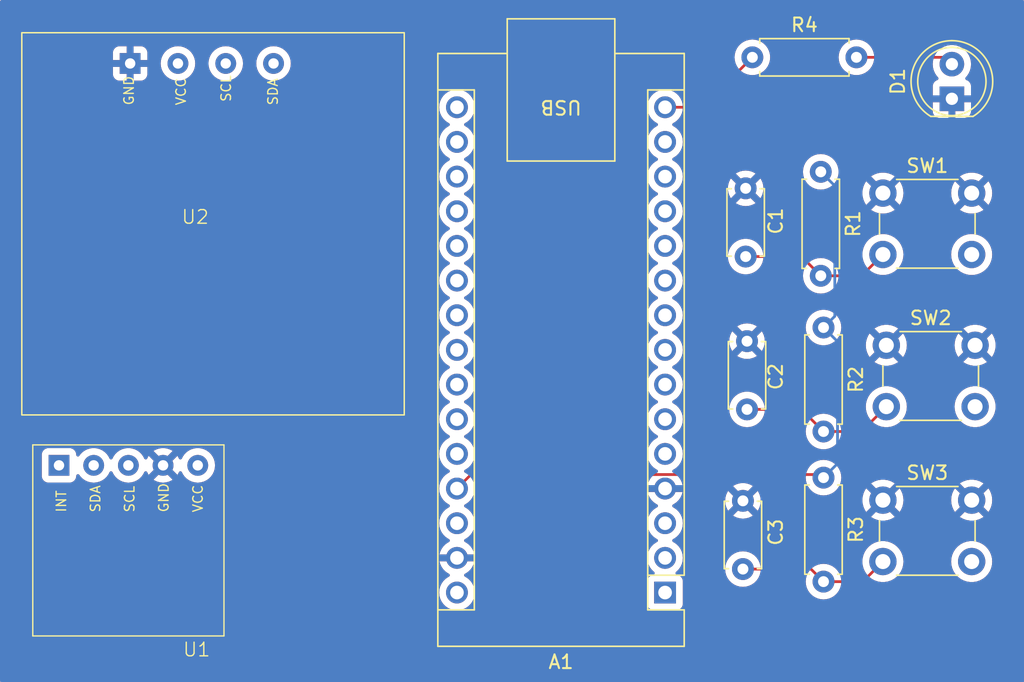
<source format=kicad_pcb>
(kicad_pcb (version 20240108) (generator "pcbnew") (generator_version "8.0")
  (layers (0 "F.Cu" signal "Front") (1 "In1.Cu" signal) (2 "In2.Cu" signal) (31 "B.Cu" signal "Back") (34 "B.Paste" user) (35 "F.Paste" user) (36 "B.SilkS" user "B.Silkscreen") (37 "F.SilkS" user "F.Silkscreen") (38 "B.Mask" user) (39 "F.Mask" user) (44 "Edge.Cuts" user))
  (net 0 "")
  (net 1 "Net-(A1-A4)")
  (net 4 "Net-(A1-D3)")
  (net 8 "+5V")
  (net 12 "Net-(A1-D4)")
  (net 14 "Net-(A1-A5)")
  (net 18 "GND")
  (net 24 "Net-(A1-D2)")
  (net 26 "Net-(A1-D12)")
  (net 30 "Net-(D1-A)")
  (footprint "Button_Switch_THT:SW_PUSH_6mm" (layer "F.Cu") (at 190.9 71.3)
    (property "Reference" "SW2" (at 3.25 -2 0) (layer "F.SilkS"))
    (property "Value" "SW_Push")
    (fp_line (start -0.25 1.5) (end -0.25 3) (stroke (width 0.12)) (layer "F.SilkS"))
    (fp_line (start 1 5.5) (end 5.5 5.5) (stroke (width 0.12)) (layer "F.SilkS"))
    (fp_line (start 5.5 -1) (end 1 -1) (stroke (width 0.12)) (layer "F.SilkS"))
    (fp_line (start 6.75 3) (end 6.75 1.5) (stroke (width 0.12)) (layer "F.SilkS"))
    (pad "1" thru_hole circle (at 0 0 90) (size 2 2) (drill 1.1) (layers "*.Cu" "*.Mask") (net 18 "GND"))
    (pad "1" thru_hole circle (at 6.5 0 90) (size 2 2) (drill 1.1) (layers "*.Cu" "*.Mask") (net 18 "GND"))
    (pad "2" thru_hole circle (at 0 4.5 90) (size 2 2) (drill 1.1) (layers "*.Cu" "*.Mask") (net 4 "Net-(A1-D3)"))
    (pad "2" thru_hole circle (at 6.5 4.5 90) (size 2 2) (drill 1.1) (layers "*.Cu" "*.Mask") (net 4 "Net-(A1-D3)"))
  )
  (footprint "Resistor_THT:R_Axial_DIN0207_L6.3mm_D2.5mm_P7.62mm_Horizontal" (layer "F.Cu") (at 181.09 50.2)
    (property "Reference" "R4" (at 3.81 -2.37 0) (layer "F.SilkS"))
    (property "Value" "1k")
    (fp_line (start 0.54 -1.37) (end 7.08 -1.37) (stroke (width 0.12)) (layer "F.SilkS"))
    (fp_line (start 0.54 -1.04) (end 0.54 -1.37) (stroke (width 0.12)) (layer "F.SilkS"))
    (fp_line (start 0.54 1.04) (end 0.54 1.37) (stroke (width 0.12)) (layer "F.SilkS"))
    (fp_line (start 0.54 1.37) (end 7.08 1.37) (stroke (width 0.12)) (layer "F.SilkS"))
    (fp_line (start 7.08 -1.37) (end 7.08 -1.04) (stroke (width 0.12)) (layer "F.SilkS"))
    (fp_line (start 7.08 1.37) (end 7.08 1.04) (stroke (width 0.12)) (layer "F.SilkS"))
    (pad "1" thru_hole circle (at 0 0) (size 1.6 1.6) (drill 0.8) (layers "*.Cu" "*.Mask") (net 26 "Net-(A1-D12)"))
    (pad "2" thru_hole oval (at 7.62 0) (size 1.6 1.6) (drill 0.8) (layers "*.Cu" "*.Mask") (net 30 "Net-(D1-A)"))
  )
  (footprint "Button_Switch_THT:SW_PUSH_6mm" (layer "F.Cu") (at 190.65 82.65)
    (property "Reference" "SW3" (at 3.25 -2 0) (layer "F.SilkS"))
    (property "Value" "SW_Push")
    (fp_line (start -0.25 1.5) (end -0.25 3) (stroke (width 0.12)) (layer "F.SilkS"))
    (fp_line (start 1 5.5) (end 5.5 5.5) (stroke (width 0.12)) (layer "F.SilkS"))
    (fp_line (start 5.5 -1) (end 1 -1) (stroke (width 0.12)) (layer "F.SilkS"))
    (fp_line (start 6.75 3) (end 6.75 1.5) (stroke (width 0.12)) (layer "F.SilkS"))
    (pad "1" thru_hole circle (at 0 0 90) (size 2 2) (drill 1.1) (layers "*.Cu" "*.Mask") (net 18 "GND"))
    (pad "1" thru_hole circle (at 6.5 0 90) (size 2 2) (drill 1.1) (layers "*.Cu" "*.Mask") (net 18 "GND"))
    (pad "2" thru_hole circle (at 0 4.5 90) (size 2 2) (drill 1.1) (layers "*.Cu" "*.Mask") (net 24 "Net-(A1-D2)"))
    (pad "2" thru_hole circle (at 6.5 4.5 90) (size 2 2) (drill 1.1) (layers "*.Cu" "*.Mask") (net 24 "Net-(A1-D2)"))
  )
  (footprint "Capacitor_THT:C_Disc_D4.7mm_W2.5mm_P5.00mm" (layer "F.Cu") (at 180.7 76 90)
    (property "Reference" "C2" (at 2.4 2.1 90) (layer "F.SilkS"))
    (property "Value" "100n")
    (fp_line (start 4.97 -1.37) (end 4.97 -1.055) (stroke (width 0.12)) (layer "F.SilkS"))
    (fp_line (start 0.03 -1.37) (end 4.97 -1.37) (stroke (width 0.12)) (layer "F.SilkS"))
    (fp_line (start 0.03 -1.37) (end 0.03 -1.055) (stroke (width 0.12)) (layer "F.SilkS"))
    (fp_line (start 4.97 1.055) (end 4.97 1.37) (stroke (width 0.12)) (layer "F.SilkS"))
    (fp_line (start 0.03 1.055) (end 0.03 1.37) (stroke (width 0.12)) (layer "F.SilkS"))
    (fp_line (start 0.03 1.37) (end 4.97 1.37) (stroke (width 0.12)) (layer "F.SilkS"))
    (pad "1" thru_hole circle (at 0 0 90) (size 1.6 1.6) (drill 0.8) (layers "*.Cu" "*.Mask") (net 4 "Net-(A1-D3)"))
    (pad "2" thru_hole circle (at 5 0 90) (size 1.6 1.6) (drill 0.8) (layers "*.Cu" "*.Mask") (net 18 "GND"))
  )
  (footprint "Resistor_THT:R_Axial_DIN0207_L6.3mm_D2.5mm_P7.62mm_Horizontal" (layer "F.Cu") (at 186.1 58.59 -90)
    (property "Reference" "R1" (at 3.81 -2.37 90) (layer "F.SilkS"))
    (property "Value" "1k")
    (fp_line (start 0.54 1.37) (end 7.08 1.37) (stroke (width 0.12)) (layer "F.SilkS"))
    (fp_line (start 7.08 1.37) (end 7.08 1.04) (stroke (width 0.12)) (layer "F.SilkS"))
    (fp_line (start 0.54 1.04) (end 0.54 1.37) (stroke (width 0.12)) (layer "F.SilkS"))
    (fp_line (start 0.54 -1.04) (end 0.54 -1.37) (stroke (width 0.12)) (layer "F.SilkS"))
    (fp_line (start 0.54 -1.37) (end 7.08 -1.37) (stroke (width 0.12)) (layer "F.SilkS"))
    (fp_line (start 7.08 -1.37) (end 7.08 -1.04) (stroke (width 0.12)) (layer "F.SilkS"))
    (pad "1" thru_hole circle (at 0 0 270) (size 1.6 1.6) (drill 0.8) (layers "*.Cu" "*.Mask") (net 8 "+5V"))
    (pad "2" thru_hole oval (at 7.62 0 270) (size 1.6 1.6) (drill 0.8) (layers "*.Cu" "*.Mask") (net 12 "Net-(A1-D4)"))
  )
  (footprint "spo2_stuff:SSD1306" (layer "F.Cu") (at 140.3 61.9)
    (property "Reference" "U2" (at 0 0 0) (layer "F.SilkS") (effects (font (thickness 0.1))))
    (property "Value" "SSD1306")
    (fp_line (start -12.7 -13.5) (end 15.3 -13.5) (stroke (width 0.1)) (layer "F.SilkS"))
    (fp_line (start -12.7 14.5) (end -12.7 -13.5) (stroke (width 0.1)) (layer "F.SilkS"))
    (fp_line (start 15.3 -13.5) (end 15.3 14.5) (stroke (width 0.1)) (layer "F.SilkS"))
    (fp_line (start 15.3 14.5) (end -12.7 14.5) (stroke (width 0.1)) (layer "F.SilkS"))
    (fp_rect (start -12.7 -13.5) (end 15.3 14.5) (stroke (width 0.1)) (fill none) (layer "F.SilkS"))
    (fp_text user "VCC" (at -0.635 -8.128 90) (layer "F.SilkS") (effects (font (size 0.7 0.7) (thickness 0.1)) (justify left bottom)))
    (fp_text user "SDA" (at 6.096 -8.128 90) (layer "F.SilkS") (effects (font (size 0.7 0.7) (thickness 0.1)) (justify left bottom)))
    (fp_text user "GND" (at -4.445 -8.128 90) (layer "F.SilkS") (effects (font (size 0.7 0.7) (thickness 0.1)) (justify left bottom)))
    (fp_text user "SCL" (at 2.667 -8.382 90) (layer "F.SilkS") (effects (font (size 0.7 0.7) (thickness 0.1)) (justify left bottom)))
    (pad "1" thru_hole rect (at -4.77 -11.25) (size 1.524 1.524) (drill 0.762) (layers "*.Cu" "*.Mask") (net 18 "GND"))
    (pad "2" thru_hole circle (at -1.27 -11.25) (size 1.524 1.524) (drill 0.762) (layers "*.Cu" "*.Mask"))
    (pad "3" thru_hole circle (at 2.23 -11.25) (size 1.524 1.524) (drill 0.762) (layers "*.Cu" "*.Mask") (net 14 "Net-(A1-A5)"))
    (pad "4" thru_hole circle (at 5.73 -11.25) (size 1.524 1.524) (drill 0.762) (layers "*.Cu" "*.Mask") (net 1 "Net-(A1-A4)"))
  )
  (footprint "Button_Switch_THT:SW_PUSH_6mm" (layer "F.Cu") (at 190.65 60.15)
    (property "Reference" "SW1" (at 3.25 -2 0) (layer "F.SilkS"))
    (property "Value" "SW_Push")
    (fp_line (start -0.25 1.5) (end -0.25 3) (stroke (width 0.12)) (layer "F.SilkS"))
    (fp_line (start 1 5.5) (end 5.5 5.5) (stroke (width 0.12)) (layer "F.SilkS"))
    (fp_line (start 5.5 -1) (end 1 -1) (stroke (width 0.12)) (layer "F.SilkS"))
    (fp_line (start 6.75 3) (end 6.75 1.5) (stroke (width 0.12)) (layer "F.SilkS"))
    (pad "1" thru_hole circle (at 0 0 90) (size 2 2) (drill 1.1) (layers "*.Cu" "*.Mask") (net 18 "GND"))
    (pad "1" thru_hole circle (at 6.5 0 90) (size 2 2) (drill 1.1) (layers "*.Cu" "*.Mask") (net 18 "GND"))
    (pad "2" thru_hole circle (at 0 4.5 90) (size 2 2) (drill 1.1) (layers "*.Cu" "*.Mask") (net 12 "Net-(A1-D4)"))
    (pad "2" thru_hole circle (at 6.5 4.5 90) (size 2 2) (drill 1.1) (layers "*.Cu" "*.Mask") (net 12 "Net-(A1-D4)"))
  )
  (footprint "LED_THT:LED_D5.0mm" (layer "F.Cu") (at 195.7 53.24 90)
    (property "Reference" "D1" (at 1.27 -3.96 90) (layer "F.SilkS"))
    (property "Value" "LED" (hide yes))
    (fp_line (start -1.29 -1.545) (end -1.29 1.545) (stroke (width 0.12)) (layer "F.SilkS"))
    (fp_arc (start -1.29 -1.54483) (mid 2.072002 -2.880433) (end 4.26 0.000462) (stroke (width 0.12)) (layer "F.SilkS"))
    (fp_arc (start 4.26 -0.000462) (mid 2.072002 2.880433) (end -1.29 1.54483) (stroke (width 0.12)) (layer "F.SilkS"))
    (fp_circle (center 1.27 0) (end 3.77 0) (stroke (width 0.12)) (fill none) (layer "F.SilkS"))
    (pad "1" thru_hole rect (at 0 0 90) (size 1.8 1.8) (drill 0.9) (layers "*.Cu" "*.Mask") (net 18 "GND"))
    (pad "2" thru_hole circle (at 2.54 0 90) (size 1.8 1.8) (drill 0.9) (layers "*.Cu" "*.Mask") (net 30 "Net-(D1-A)"))
  )
  (footprint "Resistor_THT:R_Axial_DIN0207_L6.3mm_D2.5mm_P7.62mm_Horizontal" (layer "F.Cu") (at 186.3 70 -90)
    (property "Reference" "R2" (at 3.81 -2.37 90) (layer "F.SilkS"))
    (property "Value" "1k")
    (fp_line (start 0.54 1.37) (end 7.08 1.37) (stroke (width 0.12)) (layer "F.SilkS"))
    (fp_line (start 7.08 1.37) (end 7.08 1.04) (stroke (width 0.12)) (layer "F.SilkS"))
    (fp_line (start 0.54 1.04) (end 0.54 1.37) (stroke (width 0.12)) (layer "F.SilkS"))
    (fp_line (start 0.54 -1.04) (end 0.54 -1.37) (stroke (width 0.12)) (layer "F.SilkS"))
    (fp_line (start 0.54 -1.37) (end 7.08 -1.37) (stroke (width 0.12)) (layer "F.SilkS"))
    (fp_line (start 7.08 -1.37) (end 7.08 -1.04) (stroke (width 0.12)) (layer "F.SilkS"))
    (pad "1" thru_hole circle (at 0 0 270) (size 1.6 1.6) (drill 0.8) (layers "*.Cu" "*.Mask") (net 8 "+5V"))
    (pad "2" thru_hole oval (at 7.62 0 270) (size 1.6 1.6) (drill 0.8) (layers "*.Cu" "*.Mask") (net 4 "Net-(A1-D3)"))
  )
  (footprint "spo2_stuff:MAX30102_MODULE" (layer "F.Cu") (at 135.4 84.6)
    (property "Reference" "U1" (at 5 9 0) (layer "F.SilkS") (effects (font (thickness 0.1))))
    (property "Value" "MAX30102")
    (fp_line (start -7 -6) (end 7 -6) (stroke (width 0.1)) (layer "F.SilkS"))
    (fp_line (start -7 8) (end -7 -6) (stroke (width 0.1)) (layer "F.SilkS"))
    (fp_line (start 7 -6) (end 7 8) (stroke (width 0.1)) (layer "F.SilkS"))
    (fp_line (start 7 8) (end -7 8) (stroke (width 0.1)) (layer "F.SilkS"))
    (fp_text user "VCC" (at 5.5 -1 90) (layer "F.SilkS") (effects (font (size 0.7 0.7) (thickness 0.1)) (justify left bottom)))
    (fp_text user "SCL" (at 0.5 -1 90) (layer "F.SilkS") (effects (font (size 0.7 0.7) (thickness 0.1)) (justify left bottom)))
    (fp_text user "INT" (at -4.5 -1 90) (layer "F.SilkS") (effects (font (size 0.7 0.7) (thickness 0.1)) (justify left bottom)))
    (fp_text user "SDA" (at -2 -1 90) (layer "F.SilkS") (effects (font (size 0.7 0.7) (thickness 0.1)) (justify left bottom)))
    (fp_text user "GND" (at 3 -1 90) (layer "F.SilkS") (effects (font (size 0.7 0.7) (thickness 0.1)) (justify left bottom)))
    (pad "1" thru_hole rect (at -5.08 -4.5) (size 1.524 1.524) (drill 0.762) (layers "*.Cu" "*.Mask"))
    (pad "2" thru_hole circle (at -2.54 -4.5) (size 1.524 1.524) (drill 0.762) (layers "*.Cu" "*.Mask") (net 1 "Net-(A1-A4)"))
    (pad "3" thru_hole circle (at 0 -4.5) (size 1.524 1.524) (drill 0.762) (layers "*.Cu" "*.Mask") (net 14 "Net-(A1-A5)"))
    (pad "4" thru_hole circle (at 2.54 -4.5) (size 1.524 1.524) (drill 0.762) (layers "*.Cu" "*.Mask") (net 18 "GND"))
    (pad "5" thru_hole circle (at 5.08 -4.5) (size 1.524 1.524) (drill 0.762) (layers "*.Cu" "*.Mask") (net 8 "+5V"))
  )
  (footprint "Module:Arduino_Nano" (layer "F.Cu") (at 174.7 89.42 180)
    (property "Reference" "A1" (at 7.62 -5.08 360) (layer "F.SilkS"))
    (property "Value" "Arduino_Nano_v3.x")
    (fp_line (start 16.64 39.5) (end 16.64 -3.94) (stroke (width 0.12)) (layer "F.SilkS"))
    (fp_line (start 16.64 39.5) (end 11.56 39.5) (stroke (width 0.12)) (layer "F.SilkS"))
    (fp_line (start 16.64 -3.94) (end -1.4 -3.94) (stroke (width 0.12)) (layer "F.SilkS"))
    (fp_line (start 13.97 36.83) (end 16.64 36.83) (stroke (width 0.12)) (layer "F.SilkS"))
    (fp_line (start 13.97 -1.27) (end 16.64 -1.27) (stroke (width 0.12)) (layer "F.SilkS"))
    (fp_line (start 13.97 -1.27) (end 13.97 36.83) (stroke (width 0.12)) (layer "F.SilkS"))
    (fp_line (start 11.56 42.04) (end 3.68 42.04) (stroke (width 0.12)) (layer "F.SilkS"))
    (fp_line (start 11.56 31.62) (end 11.56 42.04) (stroke (width 0.12)) (layer "F.SilkS"))
    (fp_line (start 3.68 42.04) (end 3.68 31.62) (stroke (width 0.12)) (layer "F.SilkS"))
    (fp_line (start 3.68 31.62) (end 11.56 31.62) (stroke (width 0.12)) (layer "F.SilkS"))
    (fp_line (start 1.27 36.83) (end -1.4 36.83) (stroke (width 0.12)) (layer "F.SilkS"))
    (fp_line (start 1.27 1.27) (end 1.27 36.83) (stroke (width 0.12)) (layer "F.SilkS"))
    (fp_line (start 1.27 1.27) (end 1.27 -1.27) (stroke (width 0.12)) (layer "F.SilkS"))
    (fp_line (start 1.27 1.27) (end -1.4 1.27) (stroke (width 0.12)) (layer "F.SilkS"))
    (fp_line (start 1.27 -1.27) (end -1.4 -1.27) (stroke (width 0.12)) (layer "F.SilkS"))
    (fp_line (start -1.4 39.5) (end 3.68 39.5) (stroke (width 0.12)) (layer "F.SilkS"))
    (fp_line (start -1.4 1.27) (end -1.4 39.5) (stroke (width 0.12)) (layer "F.SilkS"))
    (fp_line (start -1.4 -3.94) (end -1.4 -1.27) (stroke (width 0.12)) (layer "F.SilkS"))
    (fp_text user "USB" (at 7.62 35.56 180) (layer "F.SilkS"))
    (pad "1" thru_hole rect (at 0 0 180) (size 1.6 1.6) (drill 1) (layers "*.Cu" "*.Mask"))
    (pad "2" thru_hole oval (at 0 2.54 180) (size 1.6 1.6) (drill 1) (layers "*.Cu" "*.Mask"))
    (pad "3" thru_hole oval (at 0 5.08 180) (size 1.6 1.6) (drill 1) (layers "*.Cu" "*.Mask"))
    (pad "4" thru_hole oval (at 0 7.62 180) (size 1.6 1.6) (drill 1) (layers "*.Cu" "*.Mask") (net 18 "GND"))
    (pad "5" thru_hole oval (at 0 10.16 180) (size 1.6 1.6) (drill 1) (layers "*.Cu" "*.Mask") (net 24 "Net-(A1-D2)"))
    (pad "6" thru_hole oval (at 0 12.7 180) (size 1.6 1.6) (drill 1) (layers "*.Cu" "*.Mask") (net 4 "Net-(A1-D3)"))
    (pad "7" thru_hole oval (at 0 15.24 180) (size 1.6 1.6) (drill 1) (layers "*.Cu" "*.Mask") (net 12 "Net-(A1-D4)"))
    (pad "8" thru_hole oval (at 0 17.78 180) (size 1.6 1.6) (drill 1) (layers "*.Cu" "*.Mask"))
    (pad "9" thru_hole oval (at 0 20.32 180) (size 1.6 1.6) (drill 1) (layers "*.Cu" "*.Mask"))
    (pad "10" thru_hole oval (at 0 22.86 180) (size 1.6 1.6) (drill 1) (layers "*.Cu" "*.Mask"))
    (pad "11" thru_hole oval (at 0 25.4 180) (size 1.6 1.6) (drill 1) (layers "*.Cu" "*.Mask"))
    (pad "12" thru_hole oval (at 0 27.94 180) (size 1.6 1.6) (drill 1) (layers "*.Cu" "*.Mask"))
    (pad "13" thru_hole oval (at 0 30.48 180) (size 1.6 1.6) (drill 1) (layers "*.Cu" "*.Mask"))
    (pad "14" thru_hole oval (at 0 33.02 180) (size 1.6 1.6) (drill 1) (layers "*.Cu" "*.Mask"))
    (pad "15" thru_hole oval (at 0 35.56 180) (size 1.6 1.6) (drill 1) (layers "*.Cu" "*.Mask") (net 26 "Net-(A1-D12)"))
    (pad "16" thru_hole oval (at 15.24 35.56 180) (size 1.6 1.6) (drill 1) (layers "*.Cu" "*.Mask"))
    (pad "17" thru_hole oval (at 15.24 33.02 180) (size 1.6 1.6) (drill 1) (layers "*.Cu" "*.Mask"))
    (pad "18" thru_hole oval (at 15.24 30.48 180) (size 1.6 1.6) (drill 1) (layers "*.Cu" "*.Mask"))
    (pad "19" thru_hole oval (at 15.24 27.94 180) (size 1.6 1.6) (drill 1) (layers "*.Cu" "*.Mask"))
    (pad "20" thru_hole oval (at 15.24 25.4 180) (size 1.6 1.6) (drill 1) (layers "*.Cu" "*.Mask"))
    (pad "21" thru_hole oval (at 15.24 22.86 180) (size 1.6 1.6) (drill 1) (layers "*.Cu" "*.Mask"))
    (pad "22" thru_hole oval (at 15.24 20.32 180) (size 1.6 1.6) (drill 1) (layers "*.Cu" "*.Mask"))
    (pad "23" thru_hole oval (at 15.24 17.78 180) (size 1.6 1.6) (drill 1) (layers "*.Cu" "*.Mask") (net 1 "Net-(A1-A4)"))
    (pad "24" thru_hole oval (at 15.24 15.24 180) (size 1.6 1.6) (drill 1) (layers "*.Cu" "*.Mask") (net 14 "Net-(A1-A5)"))
    (pad "25" thru_hole oval (at 15.24 12.7 180) (size 1.6 1.6) (drill 1) (layers "*.Cu" "*.Mask"))
    (pad "26" thru_hole oval (at 15.24 10.16 180) (size 1.6 1.6) (drill 1) (layers "*.Cu" "*.Mask"))
    (pad "27" thru_hole oval (at 15.24 7.62 180) (size 1.6 1.6) (drill 1) (layers "*.Cu" "*.Mask") (net 8 "+5V"))
    (pad "28" thru_hole oval (at 15.24 5.08 180) (size 1.6 1.6) (drill 1) (layers "*.Cu" "*.Mask"))
    (pad "29" thru_hole oval (at 15.24 2.54 180) (size 1.6 1.6) (drill 1) (layers "*.Cu" "*.Mask") (net 18 "GND"))
    (pad "30" thru_hole oval (at 15.24 0 180) (size 1.6 1.6) (drill 1) (layers "*.Cu" "*.Mask"))
  )
  (footprint "Capacitor_THT:C_Disc_D4.7mm_W2.5mm_P5.00mm" (layer "F.Cu") (at 180.6 64.8 90)
    (property "Reference" "C1" (at 2.6 2.2 90) (layer "F.SilkS"))
    (property "Value" "100n")
    (fp_line (start 4.97 -1.37) (end 4.97 -1.055) (stroke (width 0.12)) (layer "F.SilkS"))
    (fp_line (start 0.03 -1.37) (end 4.97 -1.37) (stroke (width 0.12)) (layer "F.SilkS"))
    (fp_line (start 0.03 -1.37) (end 0.03 -1.055) (stroke (width 0.12)) (layer "F.SilkS"))
    (fp_line (start 4.97 1.055) (end 4.97 1.37) (stroke (width 0.12)) (layer "F.SilkS"))
    (fp_line (start 0.03 1.055) (end 0.03 1.37) (stroke (width 0.12)) (layer "F.SilkS"))
    (fp_line (start 0.03 1.37) (end 4.97 1.37) (stroke (width 0.12)) (layer "F.SilkS"))
    (pad "1" thru_hole circle (at 0 0 90) (size 1.6 1.6) (drill 0.8) (layers "*.Cu" "*.Mask") (net 12 "Net-(A1-D4)"))
    (pad "2" thru_hole circle (at 5 0 90) (size 1.6 1.6) (drill 0.8) (layers "*.Cu" "*.Mask") (net 18 "GND"))
  )
  (footprint "Capacitor_THT:C_Disc_D4.7mm_W2.5mm_P5.00mm" (layer "F.Cu") (at 180.4 87.7 90)
    (property "Reference" "C3" (at 2.7 2.4 90) (layer "F.SilkS"))
    (property "Value" "100n")
    (fp_line (start 4.97 -1.37) (end 4.97 -1.055) (stroke (width 0.12)) (layer "F.SilkS"))
    (fp_line (start 0.03 -1.37) (end 4.97 -1.37) (stroke (width 0.12)) (layer "F.SilkS"))
    (fp_line (start 0.03 -1.37) (end 0.03 -1.055) (stroke (width 0.12)) (layer "F.SilkS"))
    (fp_line (start 4.97 1.055) (end 4.97 1.37) (stroke (width 0.12)) (layer "F.SilkS"))
    (fp_line (start 0.03 1.055) (end 0.03 1.37) (stroke (width 0.12)) (layer "F.SilkS"))
    (fp_line (start 0.03 1.37) (end 4.97 1.37) (stroke (width 0.12)) (layer "F.SilkS"))
    (pad "1" thru_hole circle (at 0 0 90) (size 1.6 1.6) (drill 0.8) (layers "*.Cu" "*.Mask") (net 24 "Net-(A1-D2)"))
    (pad "2" thru_hole circle (at 5 0 90) (size 1.6 1.6) (drill 0.8) (layers "*.Cu" "*.Mask") (net 18 "GND"))
  )
  (footprint "Resistor_THT:R_Axial_DIN0207_L6.3mm_D2.5mm_P7.62mm_Horizontal" (layer "F.Cu") (at 186.3 81 -90)
    (property "Reference" "R3" (at 3.81 -2.37 90) (layer "F.SilkS"))
    (property "Value" "1k")
    (fp_line (start 0.54 1.37) (end 7.08 1.37) (stroke (width 0.12)) (layer "F.SilkS"))
    (fp_line (start 7.08 1.37) (end 7.08 1.04) (stroke (width 0.12)) (layer "F.SilkS"))
    (fp_line (start 0.54 1.04) (end 0.54 1.37) (stroke (width 0.12)) (layer "F.SilkS"))
    (fp_line (start 0.54 -1.04) (end 0.54 -1.37) (stroke (width 0.12)) (layer "F.SilkS"))
    (fp_line (start 0.54 -1.37) (end 7.08 -1.37) (stroke (width 0.12)) (layer "F.SilkS"))
    (fp_line (start 7.08 -1.37) (end 7.08 -1.04) (stroke (width 0.12)) (layer "F.SilkS"))
    (pad "1" thru_hole circle (at 0 0 270) (size 1.6 1.6) (drill 0.8) (layers "*.Cu" "*.Mask") (net 8 "+5V"))
    (pad "2" thru_hole oval (at 7.62 0 270) (size 1.6 1.6) (drill 0.8) (layers "*.Cu" "*.Mask") (net 24 "Net-(A1-D2)"))
  )
  (segment (start 189.08 77.62) (end 190.9 75.8) (width 0.2) (layer "F.Cu") (net 4))
  (segment (start 186.3 77.62) (end 189.08 77.62) (width 0.2) (layer "F.Cu") (net 4))
  (segment (start 180.7 76) (end 184.68 76) (width 0.2) (layer "F.Cu") (net 4))
  (segment (start 184.68 76) (end 186.3 77.62) (width 0.2) (layer "F.Cu") (net 4))
  (segment (start 160.487 80.773) (end 159.46 81.8) (width 0.2) (layer "F.Cu") (net 8))
  (segment (start 186.073 80.773) (end 160.487 80.773) (width 0.2) (layer "F.Cu") (net 8))
  (segment (start 186.3 81) (end 186.073 80.773) (width 0.2) (layer "F.Cu") (net 8))
  (segment (start 186.3 70) (end 187.127 69.173) (width 0.2) (layer "B.Cu") (net 8))
  (segment (start 187.327 71.027) (end 186.3 70) (width 0.2) (layer "B.Cu") (net 8))
  (segment (start 187.127 69.173) (end 187.127 59.617) (width 0.2) (layer "B.Cu") (net 8))
  (segment (start 186.3 81) (end 187.327 79.973) (width 0.2) (layer "B.Cu") (net 8))
  (segment (start 187.327 79.973) (end 187.327 71.027) (width 0.2) (layer "B.Cu") (net 8))
  (segment (start 187.127 59.617) (end 186.1 58.59) (width 0.2) (layer "B.Cu") (net 8))
  (segment (start 186.1 66.21) (end 189.09 66.21) (width 0.2) (layer "F.Cu") (net 12))
  (segment (start 184.69 64.8) (end 186.1 66.21) (width 0.2) (layer "F.Cu") (net 12))
  (segment (start 180.6 64.8) (end 184.69 64.8) (width 0.2) (layer "F.Cu") (net 12))
  (segment (start 189.09 66.21) (end 190.65 64.65) (width 0.2) (layer "F.Cu") (net 12))
  (segment (start 186.3 88.62) (end 189.18 88.62) (width 0.2) (layer "F.Cu") (net 24))
  (segment (start 189.18 88.62) (end 190.65 87.15) (width 0.2) (layer "F.Cu") (net 24))
  (segment (start 180.4 87.7) (end 185.38 87.7) (width 0.2) (layer "F.Cu") (net 24))
  (segment (start 185.38 87.7) (end 186.3 88.62) (width 0.2) (layer "F.Cu") (net 24))
  (segment (start 177.43 53.86) (end 181.09 50.2) (width 0.2) (layer "F.Cu") (net 26))
  (segment (start 174.7 53.86) (end 177.43 53.86) (width 0.2) (layer "F.Cu") (net 26))
  (segment (start 195.2 50.2) (end 195.7 50.7) (width 0.2) (layer "F.Cu") (net 30))
  (segment (start 188.71 50.2) (end 195.2 50.2) (width 0.2) (layer "F.Cu") (net 30))
  (zone (net 18) (net_name "GND") (layers "F&B.Cu") (connect_pads (clearance 0.5)) (min_thickness 0.25) (fill yes (thermal_gap 0.5) (thermal_bridge_width 0.5))
    (polygon (pts (xy 126 46) (xy 126 96) (xy 201 96) (xy 201 46)))
  )
)
</source>
